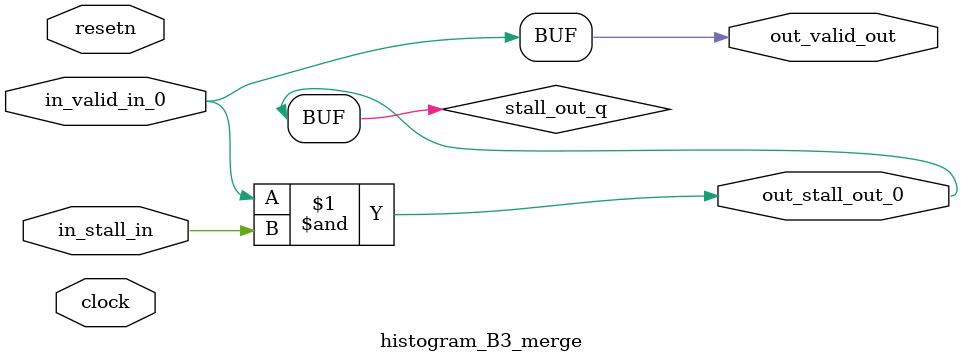
<source format=sv>



(* altera_attribute = "-name AUTO_SHIFT_REGISTER_RECOGNITION OFF; -name MESSAGE_DISABLE 10036; -name MESSAGE_DISABLE 10037; -name MESSAGE_DISABLE 14130; -name MESSAGE_DISABLE 14320; -name MESSAGE_DISABLE 15400; -name MESSAGE_DISABLE 14130; -name MESSAGE_DISABLE 10036; -name MESSAGE_DISABLE 12020; -name MESSAGE_DISABLE 12030; -name MESSAGE_DISABLE 12010; -name MESSAGE_DISABLE 12110; -name MESSAGE_DISABLE 14320; -name MESSAGE_DISABLE 13410; -name MESSAGE_DISABLE 113007; -name MESSAGE_DISABLE 10958" *)
module histogram_B3_merge (
    input wire [0:0] in_stall_in,
    input wire [0:0] in_valid_in_0,
    output wire [0:0] out_stall_out_0,
    output wire [0:0] out_valid_out,
    input wire clock,
    input wire resetn
    );

    wire [0:0] stall_out_q;


    // stall_out(LOGICAL,6)
    assign stall_out_q = in_valid_in_0 & in_stall_in;

    // out_stall_out_0(GPOUT,4)
    assign out_stall_out_0 = stall_out_q;

    // out_valid_out(GPOUT,5)
    assign out_valid_out = in_valid_in_0;

endmodule

</source>
